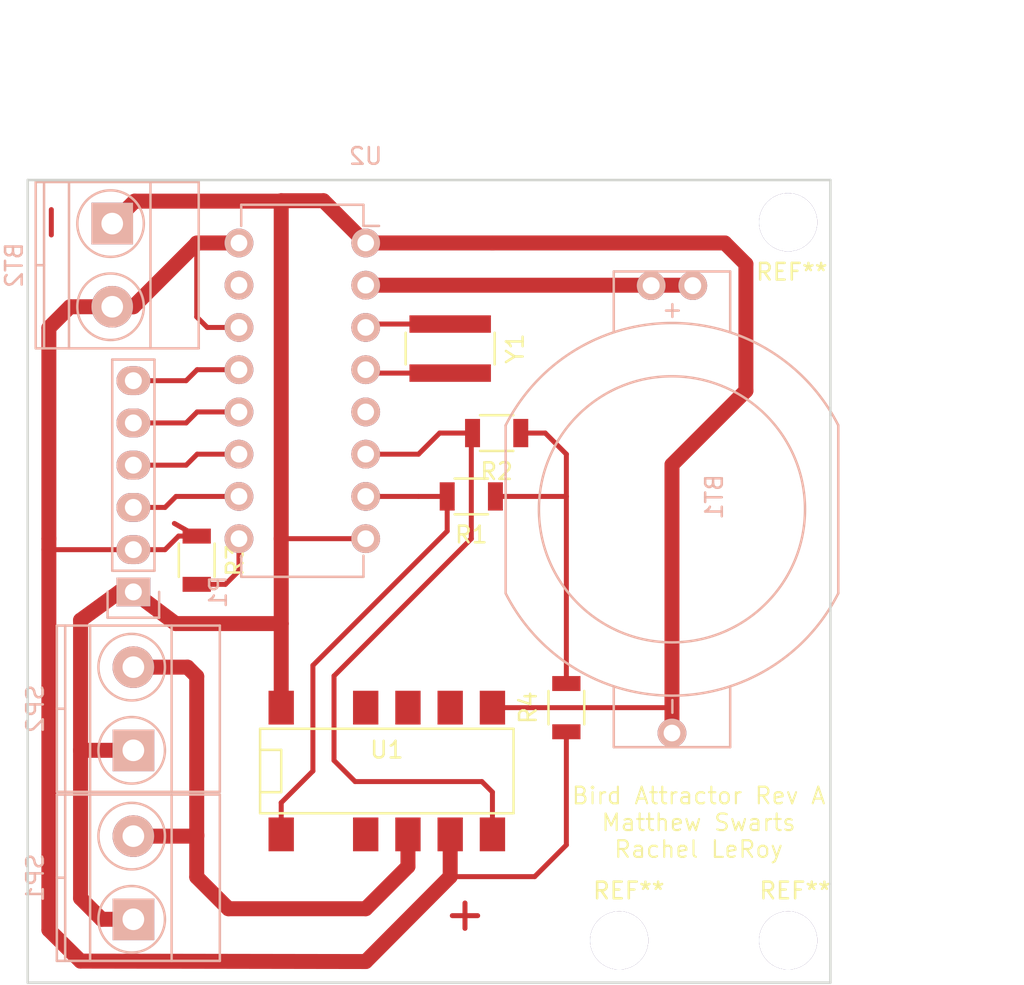
<source format=kicad_pcb>
(kicad_pcb (version 4) (host pcbnew 4.0.1-stable)

  (general
    (links 31)
    (no_connects 0)
    (area 137.084999 73.35 201.04 132.875)
    (thickness 1.6)
    (drawings 9)
    (tracks 109)
    (zones 0)
    (modules 15)
    (nets 21)
  )

  (page USLetter)
  (title_block
    (title "Bird Attractor")
    (date 2016-01-30)
    (rev A)
    (company "MITTO DESIGN LLC")
    (comment 1 "Matthew Swarts")
    (comment 2 "Rachel LeRoy")
  )

  (layers
    (0 F.Cu signal)
    (31 B.Cu signal)
    (32 B.Adhes user)
    (33 F.Adhes user)
    (34 B.Paste user)
    (35 F.Paste user)
    (36 B.SilkS user)
    (37 F.SilkS user)
    (38 B.Mask user)
    (39 F.Mask user)
    (40 Dwgs.User user)
    (41 Cmts.User user)
    (42 Eco1.User user)
    (43 Eco2.User user)
    (44 Edge.Cuts user)
    (45 Margin user)
    (46 B.CrtYd user)
    (47 F.CrtYd user)
    (48 B.Fab user)
    (49 F.Fab user)
  )

  (setup
    (last_trace_width 0.3)
    (user_trace_width 0.6)
    (user_trace_width 0.9)
    (trace_clearance 0.8)
    (zone_clearance 0.508)
    (zone_45_only no)
    (trace_min 0.2)
    (segment_width 0.2)
    (edge_width 0.15)
    (via_size 0.6)
    (via_drill 0.4)
    (via_min_size 0.4)
    (via_min_drill 0.3)
    (uvia_size 0.3)
    (uvia_drill 0.1)
    (uvias_allowed no)
    (uvia_min_size 0.2)
    (uvia_min_drill 0.1)
    (pcb_text_width 0.3)
    (pcb_text_size 1.5 1.5)
    (mod_edge_width 0.15)
    (mod_text_size 1 1)
    (mod_text_width 0.15)
    (pad_size 1.7272 1.7272)
    (pad_drill 1.016)
    (pad_to_mask_clearance 0.2)
    (aux_axis_origin 0 0)
    (visible_elements 7FFFFFFF)
    (pcbplotparams
      (layerselection 0x01020_00000001)
      (usegerberextensions false)
      (excludeedgelayer true)
      (linewidth 0.100000)
      (plotframeref false)
      (viasonmask false)
      (mode 1)
      (useauxorigin false)
      (hpglpennumber 1)
      (hpglpenspeed 20)
      (hpglpendiameter 15)
      (hpglpenoverlay 2)
      (psnegative false)
      (psa4output false)
      (plotreference true)
      (plotvalue true)
      (plotinvisibletext false)
      (padsonsilk false)
      (subtractmaskfromsilk false)
      (outputformat 1)
      (mirror false)
      (drillshape 0)
      (scaleselection 1)
      (outputdirectory gerbers/))
  )

  (net 0 "")
  (net 1 GND)
  (net 2 "Net-(BT1-Pad1)")
  (net 3 +5V)
  (net 4 "Net-(P1-Pad3)")
  (net 5 "Net-(P1-Pad4)")
  (net 6 "Net-(P1-Pad5)")
  (net 7 "Net-(P1-Pad6)")
  (net 8 "Net-(R1-Pad2)")
  (net 9 "Net-(R2-Pad2)")
  (net 10 "Net-(R3-Pad2)")
  (net 11 LOAD)
  (net 12 "Net-(U1-Pad9)")
  (net 13 "Net-(U1-Pad8)")
  (net 14 "Net-(U1-Pad3)")
  (net 15 "Net-(U1-Pad10)")
  (net 16 "Net-(U2-Pad3)")
  (net 17 "Net-(U2-Pad4)")
  (net 18 "Net-(U2-Pad5)")
  (net 19 "Net-(U2-Pad15)")
  (net 20 "Net-(R1-Pad1)")

  (net_class Default "This is the default net class."
    (clearance 0.8)
    (trace_width 0.3)
    (via_dia 0.6)
    (via_drill 0.4)
    (uvia_dia 0.3)
    (uvia_drill 0.1)
    (add_net +5V)
    (add_net GND)
    (add_net LOAD)
    (add_net "Net-(BT1-Pad1)")
    (add_net "Net-(P1-Pad3)")
    (add_net "Net-(P1-Pad4)")
    (add_net "Net-(P1-Pad5)")
    (add_net "Net-(P1-Pad6)")
    (add_net "Net-(R1-Pad1)")
    (add_net "Net-(R1-Pad2)")
    (add_net "Net-(R2-Pad2)")
    (add_net "Net-(R3-Pad2)")
    (add_net "Net-(U1-Pad10)")
    (add_net "Net-(U1-Pad3)")
    (add_net "Net-(U1-Pad8)")
    (add_net "Net-(U1-Pad9)")
    (add_net "Net-(U2-Pad15)")
    (add_net "Net-(U2-Pad3)")
    (add_net "Net-(U2-Pad4)")
    (add_net "Net-(U2-Pad5)")
  )

  (module Socket_Strips:Socket_Strip_Straight_1x06 (layer B.Cu) (tedit 56B0D677) (tstamp 56B93F19)
    (at 143.51 108.585 90)
    (descr "Through hole socket strip")
    (tags "socket strip")
    (path /56AD5E19)
    (fp_text reference P1 (at 0 5.1 90) (layer B.SilkS)
      (effects (font (size 1 1) (thickness 0.15)) (justify mirror))
    )
    (fp_text value CONN_01X06 (at 0 3.1 90) (layer B.Fab)
      (effects (font (size 1 1) (thickness 0.15)) (justify mirror))
    )
    (fp_line (start -1.75 1.75) (end -1.75 -1.75) (layer B.CrtYd) (width 0.05))
    (fp_line (start 14.45 1.75) (end 14.45 -1.75) (layer B.CrtYd) (width 0.05))
    (fp_line (start -1.75 1.75) (end 14.45 1.75) (layer B.CrtYd) (width 0.05))
    (fp_line (start -1.75 -1.75) (end 14.45 -1.75) (layer B.CrtYd) (width 0.05))
    (fp_line (start 1.27 -1.27) (end 13.97 -1.27) (layer B.SilkS) (width 0.15))
    (fp_line (start 13.97 -1.27) (end 13.97 1.27) (layer B.SilkS) (width 0.15))
    (fp_line (start 13.97 1.27) (end 1.27 1.27) (layer B.SilkS) (width 0.15))
    (fp_line (start -1.55 -1.55) (end 0 -1.55) (layer B.SilkS) (width 0.15))
    (fp_line (start 1.27 -1.27) (end 1.27 1.27) (layer B.SilkS) (width 0.15))
    (fp_line (start 0 1.55) (end -1.55 1.55) (layer B.SilkS) (width 0.15))
    (fp_line (start -1.55 1.55) (end -1.55 -1.55) (layer B.SilkS) (width 0.15))
    (pad 1 thru_hole rect (at 0 0 90) (size 1.7272 2.032) (drill 1.016) (layers *.Cu *.Mask B.SilkS)
      (net 1 GND))
    (pad 2 thru_hole oval (at 2.54 0 90) (size 1.7272 2.032) (drill 1.016) (layers *.Cu *.Mask B.SilkS)
      (net 3 +5V))
    (pad 3 thru_hole oval (at 5.08 0 90) (size 1.7272 2.032) (drill 1.016) (layers *.Cu *.Mask B.SilkS)
      (net 4 "Net-(P1-Pad3)"))
    (pad 4 thru_hole oval (at 7.62 0 90) (size 1.7272 2.032) (drill 1.016) (layers *.Cu *.Mask B.SilkS)
      (net 5 "Net-(P1-Pad4)"))
    (pad 5 thru_hole oval (at 10.16 0 90) (size 1.7272 2.032) (drill 1.016) (layers *.Cu *.Mask B.SilkS)
      (net 6 "Net-(P1-Pad5)"))
    (pad 6 thru_hole oval (at 12.7 0 90) (size 1.7272 2.032) (drill 1.016) (layers *.Cu *.Mask B.SilkS)
      (net 7 "Net-(P1-Pad6)"))
    (model Socket_Strips.3dshapes/Socket_Strip_Straight_1x06.wrl
      (at (xyz 0.25 0 0))
      (scale (xyz 1 1 1))
      (rotate (xyz 0 0 180))
    )
  )

  (module Resistors_SMD:R_1206 (layer F.Cu) (tedit 5415CFA7) (tstamp 56B93F25)
    (at 163.83 102.8446 180)
    (descr "Resistor SMD 1206, reflow soldering, Vishay (see dcrcw.pdf)")
    (tags "resistor 1206")
    (path /56ABEC73)
    (attr smd)
    (fp_text reference R1 (at 0 -2.3 180) (layer F.SilkS)
      (effects (font (size 1 1) (thickness 0.15)))
    )
    (fp_text value 1K (at 0 2.3 180) (layer F.Fab)
      (effects (font (size 1 1) (thickness 0.15)))
    )
    (fp_line (start -2.2 -1.2) (end 2.2 -1.2) (layer F.CrtYd) (width 0.05))
    (fp_line (start -2.2 1.2) (end 2.2 1.2) (layer F.CrtYd) (width 0.05))
    (fp_line (start -2.2 -1.2) (end -2.2 1.2) (layer F.CrtYd) (width 0.05))
    (fp_line (start 2.2 -1.2) (end 2.2 1.2) (layer F.CrtYd) (width 0.05))
    (fp_line (start 1 1.075) (end -1 1.075) (layer F.SilkS) (width 0.15))
    (fp_line (start -1 -1.075) (end 1 -1.075) (layer F.SilkS) (width 0.15))
    (pad 1 smd rect (at -1.45 0 180) (size 0.9 1.7) (layers F.Cu F.Paste F.Mask)
      (net 20 "Net-(R1-Pad1)"))
    (pad 2 smd rect (at 1.45 0 180) (size 0.9 1.7) (layers F.Cu F.Paste F.Mask)
      (net 8 "Net-(R1-Pad2)"))
    (model Resistors_SMD.3dshapes/R_1206.wrl
      (at (xyz 0 0 0))
      (scale (xyz 1 1 1))
      (rotate (xyz 0 0 0))
    )
  )

  (module Resistors_SMD:R_1206 (layer F.Cu) (tedit 5415CFA7) (tstamp 56B93F31)
    (at 165.354 99.0346 180)
    (descr "Resistor SMD 1206, reflow soldering, Vishay (see dcrcw.pdf)")
    (tags "resistor 1206")
    (path /56ABECC2)
    (attr smd)
    (fp_text reference R2 (at 0 -2.3 180) (layer F.SilkS)
      (effects (font (size 1 1) (thickness 0.15)))
    )
    (fp_text value 1K (at 0 2.3 180) (layer F.Fab)
      (effects (font (size 1 1) (thickness 0.15)))
    )
    (fp_line (start -2.2 -1.2) (end 2.2 -1.2) (layer F.CrtYd) (width 0.05))
    (fp_line (start -2.2 1.2) (end 2.2 1.2) (layer F.CrtYd) (width 0.05))
    (fp_line (start -2.2 -1.2) (end -2.2 1.2) (layer F.CrtYd) (width 0.05))
    (fp_line (start 2.2 -1.2) (end 2.2 1.2) (layer F.CrtYd) (width 0.05))
    (fp_line (start 1 1.075) (end -1 1.075) (layer F.SilkS) (width 0.15))
    (fp_line (start -1 -1.075) (end 1 -1.075) (layer F.SilkS) (width 0.15))
    (pad 1 smd rect (at -1.45 0 180) (size 0.9 1.7) (layers F.Cu F.Paste F.Mask)
      (net 20 "Net-(R1-Pad1)"))
    (pad 2 smd rect (at 1.45 0 180) (size 0.9 1.7) (layers F.Cu F.Paste F.Mask)
      (net 9 "Net-(R2-Pad2)"))
    (model Resistors_SMD.3dshapes/R_1206.wrl
      (at (xyz 0 0 0))
      (scale (xyz 1 1 1))
      (rotate (xyz 0 0 0))
    )
  )

  (module Resistors_SMD:R_1206 (layer F.Cu) (tedit 5415CFA7) (tstamp 56B93F3D)
    (at 147.32 106.68 270)
    (descr "Resistor SMD 1206, reflow soldering, Vishay (see dcrcw.pdf)")
    (tags "resistor 1206")
    (path /56AD5A39)
    (attr smd)
    (fp_text reference R3 (at 0 -2.3 270) (layer F.SilkS)
      (effects (font (size 1 1) (thickness 0.15)))
    )
    (fp_text value 1K (at 0 2.3 270) (layer F.Fab)
      (effects (font (size 1 1) (thickness 0.15)))
    )
    (fp_line (start -2.2 -1.2) (end 2.2 -1.2) (layer F.CrtYd) (width 0.05))
    (fp_line (start -2.2 1.2) (end 2.2 1.2) (layer F.CrtYd) (width 0.05))
    (fp_line (start -2.2 -1.2) (end -2.2 1.2) (layer F.CrtYd) (width 0.05))
    (fp_line (start 2.2 -1.2) (end 2.2 1.2) (layer F.CrtYd) (width 0.05))
    (fp_line (start 1 1.075) (end -1 1.075) (layer F.SilkS) (width 0.15))
    (fp_line (start -1 -1.075) (end 1 -1.075) (layer F.SilkS) (width 0.15))
    (pad 1 smd rect (at -1.45 0 270) (size 0.9 1.7) (layers F.Cu F.Paste F.Mask)
      (net 3 +5V))
    (pad 2 smd rect (at 1.45 0 270) (size 0.9 1.7) (layers F.Cu F.Paste F.Mask)
      (net 10 "Net-(R3-Pad2)"))
    (model Resistors_SMD.3dshapes/R_1206.wrl
      (at (xyz 0 0 0))
      (scale (xyz 1 1 1))
      (rotate (xyz 0 0 0))
    )
  )

  (module MyKiCadParts:DIP-12-SMD (layer F.Cu) (tedit 56AD2EFA) (tstamp 56B93F7A)
    (at 152.4 123.1646)
    (tags "smd ")
    (path /56AD22E7)
    (attr smd)
    (fp_text reference U1 (at 6.35 -5.08) (layer F.SilkS)
      (effects (font (size 1 1) (thickness 0.15)))
    )
    (fp_text value PR_Relay_V23079 (at 6.35 -2.54) (layer F.Fab)
      (effects (font (size 1 1) (thickness 0.15)))
    )
    (fp_line (start -1.27 -6.35) (end 13.97 -6.35) (layer F.SilkS) (width 0.15))
    (fp_line (start 13.97 -6.35) (end 13.97 -1.27) (layer F.SilkS) (width 0.15))
    (fp_line (start 13.97 -1.27) (end -1.27 -1.27) (layer F.SilkS) (width 0.15))
    (fp_line (start -1.27 -6.35) (end -1.27 -1.27) (layer F.SilkS) (width 0.15))
    (fp_line (start -1.27 -5.08) (end 0 -5.08) (layer F.SilkS) (width 0.15))
    (fp_line (start 0 -5.08) (end 0 -2.54) (layer F.SilkS) (width 0.15))
    (fp_line (start 0 -2.54) (end -1.27 -2.54) (layer F.SilkS) (width 0.15))
    (pad 9 smd rect (at 7.62 -7.62) (size 1.524 2.032) (layers F.Cu F.Paste F.Mask)
      (net 12 "Net-(U1-Pad9)"))
    (pad 8 smd rect (at 10.16 -7.62) (size 1.524 2.032) (layers F.Cu F.Paste F.Mask)
      (net 13 "Net-(U1-Pad8)"))
    (pad 7 smd rect (at 12.7 -7.62) (size 1.524 2.032) (layers F.Cu F.Paste F.Mask)
      (net 1 GND))
    (pad 6 smd rect (at 12.7 0) (size 1.524 2.032) (layers F.Cu F.Paste F.Mask)
      (net 9 "Net-(R2-Pad2)"))
    (pad 5 smd rect (at 10.16 0) (size 1.524 2.032) (layers F.Cu F.Paste F.Mask)
      (net 3 +5V))
    (pad 4 smd rect (at 7.62 0) (size 1.524 2.032) (layers F.Cu F.Paste F.Mask)
      (net 11 LOAD))
    (pad 1 smd rect (at 0 0) (size 1.524 2.032) (layers F.Cu F.Paste F.Mask)
      (net 8 "Net-(R1-Pad2)"))
    (pad 3 smd rect (at 5.08 0) (size 1.524 2.032) (layers F.Cu F.Paste F.Mask)
      (net 14 "Net-(U1-Pad3)"))
    (pad 10 smd rect (at 5.08 -7.62) (size 1.524 2.032) (layers F.Cu F.Paste F.Mask)
      (net 15 "Net-(U1-Pad10)"))
    (pad 12 smd rect (at 0 -7.62) (size 1.524 2.032) (layers F.Cu F.Paste F.Mask)
      (net 1 GND))
  )

  (module Housings_DIP:DIP-16_W7.62mm (layer B.Cu) (tedit 56B0D72C) (tstamp 56B93F99)
    (at 157.48 87.6046 180)
    (descr "16-lead dip package, row spacing 7.62 mm (300 mils)")
    (tags "dil dip 2.54 300")
    (path /56AD14B5)
    (fp_text reference U2 (at 0 5.22 180) (layer B.SilkS)
      (effects (font (size 1 1) (thickness 0.15)) (justify mirror))
    )
    (fp_text value DS1305 (at 0 3.72 180) (layer B.Fab)
      (effects (font (size 1 1) (thickness 0.15)) (justify mirror))
    )
    (fp_line (start -1.05 2.45) (end -1.05 -20.25) (layer B.CrtYd) (width 0.05))
    (fp_line (start 8.65 2.45) (end 8.65 -20.25) (layer B.CrtYd) (width 0.05))
    (fp_line (start -1.05 2.45) (end 8.65 2.45) (layer B.CrtYd) (width 0.05))
    (fp_line (start -1.05 -20.25) (end 8.65 -20.25) (layer B.CrtYd) (width 0.05))
    (fp_line (start 0.135 2.295) (end 0.135 1.025) (layer B.SilkS) (width 0.15))
    (fp_line (start 7.485 2.295) (end 7.485 1.025) (layer B.SilkS) (width 0.15))
    (fp_line (start 7.485 -20.075) (end 7.485 -18.805) (layer B.SilkS) (width 0.15))
    (fp_line (start 0.135 -20.075) (end 0.135 -18.805) (layer B.SilkS) (width 0.15))
    (fp_line (start 0.135 2.295) (end 7.485 2.295) (layer B.SilkS) (width 0.15))
    (fp_line (start 0.135 -20.075) (end 7.485 -20.075) (layer B.SilkS) (width 0.15))
    (fp_line (start 0.135 1.025) (end -0.8 1.025) (layer B.SilkS) (width 0.15))
    (pad 1 thru_hole oval (at 0 0 180) (size 1.7272 1.7272) (drill 1) (layers *.Cu *.Mask B.SilkS)
      (net 1 GND))
    (pad 2 thru_hole oval (at 0 -2.54 180) (size 1.7272 1.7272) (drill 1) (layers *.Cu *.Mask B.SilkS)
      (net 2 "Net-(BT1-Pad1)"))
    (pad 3 thru_hole oval (at 0 -5.08 180) (size 1.7272 1.7272) (drill 1) (layers *.Cu *.Mask B.SilkS)
      (net 16 "Net-(U2-Pad3)"))
    (pad 4 thru_hole oval (at 0 -7.62 180) (size 1.7272 1.7272) (drill 1) (layers *.Cu *.Mask B.SilkS)
      (net 17 "Net-(U2-Pad4)"))
    (pad 5 thru_hole oval (at 0 -10.16 180) (size 1.7272 1.7272) (drill 1) (layers *.Cu *.Mask B.SilkS)
      (net 18 "Net-(U2-Pad5)"))
    (pad 6 thru_hole oval (at 0 -12.7 180) (size 1.7272 1.7272) (drill 1) (layers *.Cu *.Mask B.SilkS)
      (net 9 "Net-(R2-Pad2)"))
    (pad 7 thru_hole oval (at 0 -15.24 180) (size 1.7272 1.7272) (drill 1) (layers *.Cu *.Mask B.SilkS)
      (net 8 "Net-(R1-Pad2)"))
    (pad 8 thru_hole oval (at 0 -17.78 180) (size 1.7272 1.7272) (drill 1) (layers *.Cu *.Mask B.SilkS)
      (net 1 GND))
    (pad 9 thru_hole oval (at 7.62 -17.78 180) (size 1.7272 1.7272) (drill 1) (layers *.Cu *.Mask B.SilkS)
      (net 10 "Net-(R3-Pad2)"))
    (pad 10 thru_hole oval (at 7.62 -15.24 180) (size 1.7272 1.7272) (drill 1) (layers *.Cu *.Mask B.SilkS)
      (net 4 "Net-(P1-Pad3)"))
    (pad 11 thru_hole oval (at 7.62 -12.7 180) (size 1.7272 1.7272) (drill 1) (layers *.Cu *.Mask B.SilkS)
      (net 5 "Net-(P1-Pad4)"))
    (pad 12 thru_hole oval (at 7.62 -10.16 180) (size 1.7272 1.7272) (drill 1) (layers *.Cu *.Mask B.SilkS)
      (net 6 "Net-(P1-Pad5)"))
    (pad 13 thru_hole oval (at 7.62 -7.62 180) (size 1.7272 1.7272) (drill 1) (layers *.Cu *.Mask B.SilkS)
      (net 7 "Net-(P1-Pad6)"))
    (pad 14 thru_hole oval (at 7.62 -5.08 180) (size 1.7272 1.7272) (drill 1) (layers *.Cu *.Mask B.SilkS)
      (net 3 +5V))
    (pad 15 thru_hole oval (at 7.62 -2.54 180) (size 1.7272 1.7272) (drill 1) (layers *.Cu *.Mask B.SilkS)
      (net 19 "Net-(U2-Pad15)"))
    (pad 16 thru_hole oval (at 7.62 0 180) (size 1.7272 1.7272) (drill 1) (layers *.Cu *.Mask B.SilkS)
      (net 3 +5V))
    (model Housings_DIP.3dshapes/DIP-16_W7.62mm.wrl
      (at (xyz 0 0 0))
      (scale (xyz 1 1 1))
      (rotate (xyz 0 0 0))
    )
  )

  (module Resistors_SMD:R_1218 (layer F.Cu) (tedit 5415D273) (tstamp 56B93FA5)
    (at 162.56 93.9546 270)
    (descr "Resistor SMD 1218, reflow soldering, Vishay (see dcrcw.pdf)")
    (tags "resistor 1218")
    (path /56ABECF7)
    (attr smd)
    (fp_text reference Y1 (at 0 -3.9 270) (layer F.SilkS)
      (effects (font (size 1 1) (thickness 0.15)))
    )
    (fp_text value Crystal_Small (at 0 3.9 270) (layer F.Fab)
      (effects (font (size 1 1) (thickness 0.15)))
    )
    (fp_line (start -2.3 -2.8) (end 2.3 -2.8) (layer F.CrtYd) (width 0.05))
    (fp_line (start -2.3 2.8) (end 2.3 2.8) (layer F.CrtYd) (width 0.05))
    (fp_line (start -2.3 -2.8) (end -2.3 2.8) (layer F.CrtYd) (width 0.05))
    (fp_line (start 2.3 -2.8) (end 2.3 2.8) (layer F.CrtYd) (width 0.05))
    (fp_line (start 0.95 2.675) (end -0.95 2.675) (layer F.SilkS) (width 0.15))
    (fp_line (start -0.95 -2.675) (end 0.95 -2.675) (layer F.SilkS) (width 0.15))
    (pad 1 smd rect (at -1.475 0 270) (size 1.05 4.9) (layers F.Cu F.Paste F.Mask)
      (net 16 "Net-(U2-Pad3)"))
    (pad 2 smd rect (at 1.475 0 270) (size 1.05 4.9) (layers F.Cu F.Paste F.Mask)
      (net 17 "Net-(U2-Pad4)"))
    (model Resistors_SMD.3dshapes/R_1218.wrl
      (at (xyz 0 0 0))
      (scale (xyz 1 1 1))
      (rotate (xyz 0 0 0))
    )
  )

  (module Resistors_SMD:R_1206 (layer F.Cu) (tedit 5415CFA7) (tstamp 56BB0A48)
    (at 169.545 115.5446 90)
    (descr "Resistor SMD 1206, reflow soldering, Vishay (see dcrcw.pdf)")
    (tags "resistor 1206")
    (path /56AD833E)
    (attr smd)
    (fp_text reference R4 (at 0 -2.3 90) (layer F.SilkS)
      (effects (font (size 1 1) (thickness 0.15)))
    )
    (fp_text value 0 (at 0 2.3 90) (layer F.Fab)
      (effects (font (size 1 1) (thickness 0.15)))
    )
    (fp_line (start -2.2 -1.2) (end 2.2 -1.2) (layer F.CrtYd) (width 0.05))
    (fp_line (start -2.2 1.2) (end 2.2 1.2) (layer F.CrtYd) (width 0.05))
    (fp_line (start -2.2 -1.2) (end -2.2 1.2) (layer F.CrtYd) (width 0.05))
    (fp_line (start 2.2 -1.2) (end 2.2 1.2) (layer F.CrtYd) (width 0.05))
    (fp_line (start 1 1.075) (end -1 1.075) (layer F.SilkS) (width 0.15))
    (fp_line (start -1 -1.075) (end 1 -1.075) (layer F.SilkS) (width 0.15))
    (pad 1 smd rect (at -1.45 0 90) (size 0.9 1.7) (layers F.Cu F.Paste F.Mask)
      (net 3 +5V))
    (pad 2 smd rect (at 1.45 0 90) (size 0.9 1.7) (layers F.Cu F.Paste F.Mask)
      (net 20 "Net-(R1-Pad1)"))
    (model Resistors_SMD.3dshapes/R_1206.wrl
      (at (xyz 0 0 0))
      (scale (xyz 1 1 1))
      (rotate (xyz 0 0 0))
    )
  )

  (module MyKiCadParts:BU2032-1-HD-G (layer B.Cu) (tedit 56B0D772) (tstamp 56B93EF1)
    (at 175.895 90.17 270)
    (tags "coin cell, battery holder")
    (path /56ABED42)
    (fp_text reference BT1 (at 12.7 -2.54 270) (layer B.SilkS)
      (effects (font (size 1 1) (thickness 0.15)) (justify mirror))
    )
    (fp_text value "3V Battery" (at 12.7 2.54 270) (layer B.Fab)
      (effects (font (size 1 1) (thickness 0.15)) (justify mirror))
    )
    (fp_text user - (at 25.3 0.05 270) (layer B.SilkS)
      (effects (font (size 1 1) (thickness 0.15)) (justify mirror))
    )
    (fp_text user + (at 1.5 0.05 270) (layer B.SilkS)
      (effects (font (size 1 1) (thickness 0.15)) (justify mirror))
    )
    (fp_line (start -0.85 -3.5) (end 2.8 -3.5) (layer B.SilkS) (width 0.15))
    (fp_line (start -0.85 3.5) (end 2.8 3.5) (layer B.SilkS) (width 0.15))
    (fp_line (start 27.75 -3.5) (end 24.1 -3.5) (layer B.SilkS) (width 0.15))
    (fp_line (start 27.75 3.5) (end 24.1 3.5) (layer B.SilkS) (width 0.15))
    (fp_arc (start 13.45 0) (end 8.4 -10) (angle -126.5) (layer B.SilkS) (width 0.15))
    (fp_arc (start 13.45 0) (end 18.5 10) (angle -126.5) (layer B.SilkS) (width 0.15))
    (fp_line (start 18.5 10) (end 8.4 10) (layer B.SilkS) (width 0.15))
    (fp_line (start 18.5 -10) (end 8.4 -10) (layer B.SilkS) (width 0.15))
    (fp_line (start 27.75 3.5) (end 27.75 -3.5) (layer B.SilkS) (width 0.15))
    (fp_line (start -0.85 -3.5) (end -0.85 3.5) (layer B.SilkS) (width 0.15))
    (fp_circle (center 13.45 0) (end 21.45 0) (layer B.SilkS) (width 0.15))
    (pad 2 thru_hole circle (at 26.9 0 270) (size 1.7272 1.7272) (drill 1) (layers *.Cu *.Mask B.SilkS)
      (net 1 GND))
    (pad 1 thru_hole circle (at 0 1.25 270) (size 1.7272 1.7272) (drill 1.016) (layers *.Cu *.Mask B.SilkS)
      (net 2 "Net-(BT1-Pad1)"))
    (pad 1 thru_hole oval (at 0 -1.25 270) (size 1.7272 1.7272) (drill 1.016) (layers *.Cu *.Mask B.SilkS)
      (net 2 "Net-(BT1-Pad1)"))
  )

  (module MyKiCadParts:MountingHole_3-2mm_Dia (layer F.Cu) (tedit 56AD6723) (tstamp 56BE91A9)
    (at 182.88 129.54)
    (descr "Mounting hole, Befestigungsbohrung, 3,5mm, No Annular, Kein Restring,")
    (tags "Mounting hole, Befestigungsbohrung, 3,5mm, No Annular, Kein Restring,")
    (fp_text reference REF** (at 0.42 -2.99) (layer F.SilkS)
      (effects (font (size 1 1) (thickness 0.15)))
    )
    (fp_text value 3.2mm_Dia (at -0.98 1.71) (layer F.Fab)
      (effects (font (size 1 1) (thickness 0.15)))
    )
    (fp_circle (center 0 0) (end 1.6 0) (layer Cmts.User) (width 0.381))
    (pad 1 thru_hole circle (at 0 0) (size 3.5 3.5) (drill 3.5) (layers))
  )

  (module MyKiCadParts:MountingHole_3-2mm_Dia (layer F.Cu) (tedit 56AD6720) (tstamp 56BE91B4)
    (at 172.72 129.54)
    (descr "Mounting hole, Befestigungsbohrung, 3,5mm, No Annular, Kein Restring,")
    (tags "Mounting hole, Befestigungsbohrung, 3,5mm, No Annular, Kein Restring,")
    (fp_text reference REF** (at 0.58 -2.99) (layer F.SilkS)
      (effects (font (size 1 1) (thickness 0.15)))
    )
    (fp_text value 3.2mm_Dia (at -0.77 1.76) (layer F.Fab)
      (effects (font (size 1 1) (thickness 0.15)))
    )
    (fp_circle (center 0 0) (end 1.6 0) (layer Cmts.User) (width 0.381))
    (pad 1 thru_hole circle (at 0 0) (size 3.5 3.5) (drill 3.5) (layers))
  )

  (module MyKiCadParts:MountingHole_3-2mm_Dia (layer F.Cu) (tedit 56AD6729) (tstamp 56BE91BF)
    (at 182.88 86.36)
    (descr "Mounting hole, Befestigungsbohrung, 3,5mm, No Annular, Kein Restring,")
    (tags "Mounting hole, Befestigungsbohrung, 3,5mm, No Annular, Kein Restring,")
    (fp_text reference REF** (at 0.22 2.99) (layer F.SilkS)
      (effects (font (size 1 1) (thickness 0.15)))
    )
    (fp_text value 3.2mm_Dia (at -6.43 -0.31) (layer F.Fab)
      (effects (font (size 1 1) (thickness 0.15)))
    )
    (fp_circle (center 0 0) (end 1.6 0) (layer Cmts.User) (width 0.381))
    (pad 1 thru_hole circle (at 0 0) (size 3.5 3.5) (drill 3.5) (layers))
  )

  (module Terminal_Blocks:TerminalBlock_Pheonix_MKDS1.5-2pol (layer B.Cu) (tedit 563007E4) (tstamp 56B93F63)
    (at 143.51 118.11 90)
    (descr "2-way 5mm pitch terminal block, Phoenix MKDS series")
    (path /56AD6B8E)
    (fp_text reference SP2 (at 2.5 -5.9 90) (layer B.SilkS)
      (effects (font (size 1 1) (thickness 0.15)) (justify mirror))
    )
    (fp_text value SPEAKER (at 2.5 6.6 90) (layer B.Fab)
      (effects (font (size 1 1) (thickness 0.15)) (justify mirror))
    )
    (fp_line (start -2.7 5.4) (end 7.7 5.4) (layer B.CrtYd) (width 0.05))
    (fp_line (start -2.7 -4.8) (end -2.7 5.4) (layer B.CrtYd) (width 0.05))
    (fp_line (start 7.7 -4.8) (end -2.7 -4.8) (layer B.CrtYd) (width 0.05))
    (fp_line (start 7.7 5.4) (end 7.7 -4.8) (layer B.CrtYd) (width 0.05))
    (fp_line (start 2.5 -4.1) (end 2.5 -4.6) (layer B.SilkS) (width 0.15))
    (fp_circle (center 5 -0.1) (end 3 -0.1) (layer B.SilkS) (width 0.15))
    (fp_circle (center 0 -0.1) (end 2 -0.1) (layer B.SilkS) (width 0.15))
    (fp_line (start -2.5 -2.6) (end 7.5 -2.6) (layer B.SilkS) (width 0.15))
    (fp_line (start -2.5 2.3) (end 7.5 2.3) (layer B.SilkS) (width 0.15))
    (fp_line (start -2.5 -4.1) (end 7.5 -4.1) (layer B.SilkS) (width 0.15))
    (fp_line (start -2.5 -4.6) (end 7.5 -4.6) (layer B.SilkS) (width 0.15))
    (fp_line (start 7.5 -4.6) (end 7.5 5.2) (layer B.SilkS) (width 0.15))
    (fp_line (start 7.5 5.2) (end -2.5 5.2) (layer B.SilkS) (width 0.15))
    (fp_line (start -2.5 5.2) (end -2.5 -4.6) (layer B.SilkS) (width 0.15))
    (pad 1 thru_hole rect (at 0 0 90) (size 2.5 2.5) (drill 1.3) (layers *.Cu *.Mask B.SilkS)
      (net 1 GND))
    (pad 2 thru_hole circle (at 5 0 90) (size 2.5 2.5) (drill 1.3) (layers *.Cu *.Mask B.SilkS)
      (net 11 LOAD))
    (model Terminal_Blocks.3dshapes/TerminalBlock_Pheonix_MKDS1.5-2pol.wrl
      (at (xyz 0.0984 0 0))
      (scale (xyz 1 1 1))
      (rotate (xyz 0 0 0))
    )
  )

  (module Terminal_Blocks:TerminalBlock_Pheonix_MKDS1.5-2pol (layer B.Cu) (tedit 563007E4) (tstamp 56B93F50)
    (at 143.51 128.27 90)
    (descr "2-way 5mm pitch terminal block, Phoenix MKDS series")
    (path /56AD4AF9)
    (fp_text reference SP1 (at 2.5 -5.9 90) (layer B.SilkS)
      (effects (font (size 1 1) (thickness 0.15)) (justify mirror))
    )
    (fp_text value SPEAKER (at 2.5 6.6 90) (layer B.Fab)
      (effects (font (size 1 1) (thickness 0.15)) (justify mirror))
    )
    (fp_line (start -2.7 5.4) (end 7.7 5.4) (layer B.CrtYd) (width 0.05))
    (fp_line (start -2.7 -4.8) (end -2.7 5.4) (layer B.CrtYd) (width 0.05))
    (fp_line (start 7.7 -4.8) (end -2.7 -4.8) (layer B.CrtYd) (width 0.05))
    (fp_line (start 7.7 5.4) (end 7.7 -4.8) (layer B.CrtYd) (width 0.05))
    (fp_line (start 2.5 -4.1) (end 2.5 -4.6) (layer B.SilkS) (width 0.15))
    (fp_circle (center 5 -0.1) (end 3 -0.1) (layer B.SilkS) (width 0.15))
    (fp_circle (center 0 -0.1) (end 2 -0.1) (layer B.SilkS) (width 0.15))
    (fp_line (start -2.5 -2.6) (end 7.5 -2.6) (layer B.SilkS) (width 0.15))
    (fp_line (start -2.5 2.3) (end 7.5 2.3) (layer B.SilkS) (width 0.15))
    (fp_line (start -2.5 -4.1) (end 7.5 -4.1) (layer B.SilkS) (width 0.15))
    (fp_line (start -2.5 -4.6) (end 7.5 -4.6) (layer B.SilkS) (width 0.15))
    (fp_line (start 7.5 -4.6) (end 7.5 5.2) (layer B.SilkS) (width 0.15))
    (fp_line (start 7.5 5.2) (end -2.5 5.2) (layer B.SilkS) (width 0.15))
    (fp_line (start -2.5 5.2) (end -2.5 -4.6) (layer B.SilkS) (width 0.15))
    (pad 1 thru_hole rect (at 0 0 90) (size 2.5 2.5) (drill 1.3) (layers *.Cu *.Mask B.SilkS)
      (net 1 GND))
    (pad 2 thru_hole circle (at 5 0 90) (size 2.5 2.5) (drill 1.3) (layers *.Cu *.Mask B.SilkS)
      (net 11 LOAD))
    (model Terminal_Blocks.3dshapes/TerminalBlock_Pheonix_MKDS1.5-2pol.wrl
      (at (xyz 0.0984 0 0))
      (scale (xyz 1 1 1))
      (rotate (xyz 0 0 0))
    )
  )

  (module Terminal_Blocks:TerminalBlock_Pheonix_MKDS1.5-2pol (layer B.Cu) (tedit 56B0D657) (tstamp 56B93F04)
    (at 142.24 91.44 90)
    (descr "2-way 5mm pitch terminal block, Phoenix MKDS series")
    (path /56AD4ABE)
    (fp_text reference BT2 (at 2.5 -5.9 90) (layer B.SilkS)
      (effects (font (size 1 1) (thickness 0.15)) (justify mirror))
    )
    (fp_text value "5V Battery" (at 2.5 6.6 90) (layer B.Fab)
      (effects (font (size 1 1) (thickness 0.15)) (justify mirror))
    )
    (fp_line (start -2.7 5.4) (end 7.7 5.4) (layer B.CrtYd) (width 0.05))
    (fp_line (start -2.7 -4.8) (end -2.7 5.4) (layer B.CrtYd) (width 0.05))
    (fp_line (start 7.7 -4.8) (end -2.7 -4.8) (layer B.CrtYd) (width 0.05))
    (fp_line (start 7.7 5.4) (end 7.7 -4.8) (layer B.CrtYd) (width 0.05))
    (fp_line (start 2.5 -4.1) (end 2.5 -4.6) (layer B.SilkS) (width 0.15))
    (fp_circle (center 5 -0.1) (end 3 -0.1) (layer B.SilkS) (width 0.15))
    (fp_circle (center 0 -0.1) (end 2 -0.1) (layer B.SilkS) (width 0.15))
    (fp_line (start -2.5 -2.6) (end 7.5 -2.6) (layer B.SilkS) (width 0.15))
    (fp_line (start -2.5 2.3) (end 7.5 2.3) (layer B.SilkS) (width 0.15))
    (fp_line (start -2.5 -4.1) (end 7.5 -4.1) (layer B.SilkS) (width 0.15))
    (fp_line (start -2.5 -4.6) (end 7.5 -4.6) (layer B.SilkS) (width 0.15))
    (fp_line (start 7.5 -4.6) (end 7.5 5.2) (layer B.SilkS) (width 0.15))
    (fp_line (start 7.5 5.2) (end -2.5 5.2) (layer B.SilkS) (width 0.15))
    (fp_line (start -2.5 5.2) (end -2.5 -4.6) (layer B.SilkS) (width 0.15))
    (pad 1 thru_hole oval (at 0 0 90) (size 2.5 2.5) (drill 1.3) (layers *.Cu *.Mask B.SilkS)
      (net 3 +5V))
    (pad 2 thru_hole rect (at 5 0 90) (size 2.5 2.5) (drill 1.3) (layers *.Cu *.Mask B.SilkS)
      (net 1 GND))
    (model Terminal_Blocks.3dshapes/TerminalBlock_Pheonix_MKDS1.5-2pol.wrl
      (at (xyz 0.0984 0 0))
      (scale (xyz 1 1 1))
      (rotate (xyz 0 0 0))
    )
  )

  (dimension 48.26 (width 0.3) (layer Cmts.User)
    (gr_text "48.260 mm" (at 161.29 74.85) (layer Cmts.User)
      (effects (font (size 1.5 1.5) (thickness 0.3)))
    )
    (feature1 (pts (xy 185.42 83.82) (xy 185.42 73.5)))
    (feature2 (pts (xy 137.16 83.82) (xy 137.16 73.5)))
    (crossbar (pts (xy 137.16 76.2) (xy 185.42 76.2)))
    (arrow1a (pts (xy 185.42 76.2) (xy 184.293496 76.786421)))
    (arrow1b (pts (xy 185.42 76.2) (xy 184.293496 75.613579)))
    (arrow2a (pts (xy 137.16 76.2) (xy 138.286504 76.786421)))
    (arrow2b (pts (xy 137.16 76.2) (xy 138.286504 75.613579)))
  )
  (dimension 48.26 (width 0.3) (layer Cmts.User)
    (gr_text "48.260 mm" (at 194.39 107.95 270) (layer Cmts.User)
      (effects (font (size 1.5 1.5) (thickness 0.3)))
    )
    (feature1 (pts (xy 185.42 132.08) (xy 195.74 132.08)))
    (feature2 (pts (xy 185.42 83.82) (xy 195.74 83.82)))
    (crossbar (pts (xy 193.04 83.82) (xy 193.04 132.08)))
    (arrow1a (pts (xy 193.04 132.08) (xy 192.453579 130.953496)))
    (arrow1b (pts (xy 193.04 132.08) (xy 193.626421 130.953496)))
    (arrow2a (pts (xy 193.04 83.82) (xy 192.453579 84.946504)))
    (arrow2b (pts (xy 193.04 83.82) (xy 193.626421 84.946504)))
  )
  (gr_text + (at 163.45 127.9046) (layer F.Cu)
    (effects (font (size 2 2) (thickness 0.3)))
  )
  (gr_text "Bird Attractor Rev A\nMatthew Swarts\nRachel LeRoy" (at 177.5 122.45) (layer F.SilkS)
    (effects (font (size 1 1) (thickness 0.125)))
  )
  (gr_line (start 137.16 83.82) (end 185.42 83.82) (angle 90) (layer Edge.Cuts) (width 0.15))
  (gr_line (start 137.16 132.08) (end 185.42 132.08) (angle 90) (layer Edge.Cuts) (width 0.15))
  (gr_line (start 185.42 83.82) (end 185.42 132.08) (angle 90) (layer Edge.Cuts) (width 0.15))
  (gr_text - (at 138.43 86.36 90) (layer F.Cu)
    (effects (font (size 2 2) (thickness 0.3)))
  )
  (gr_line (start 137.16 83.82) (end 137.16 132.08) (angle 90) (layer Edge.Cuts) (width 0.15))

  (segment (start 143.51 108.585) (end 146.05 110.49) (width 0.9) (layer F.Cu) (net 1) (status 10))
  (segment (start 146.05 110.49) (end 152.4 110.49) (width 0.9) (layer F.Cu) (net 1) (tstamp 56BB545F))
  (segment (start 143.51 118.11) (end 140.335 118.11) (width 0.9) (layer F.Cu) (net 1))
  (segment (start 143.51 108.585) (end 142.670002 108.585) (width 0.9) (layer F.Cu) (net 1) (status 30))
  (segment (start 142.670002 108.585) (end 140.335 110.285002) (width 0.9) (layer F.Cu) (net 1) (tstamp 56BB5454) (status 10))
  (segment (start 140.335 110.285002) (end 140.335 118.11) (width 0.9) (layer F.Cu) (net 1) (tstamp 56BB5455))
  (segment (start 140.335 118.11) (end 140.335 127) (width 0.9) (layer F.Cu) (net 1) (tstamp 56BB545C))
  (segment (start 140.335 127) (end 141.605 128.27) (width 0.9) (layer F.Cu) (net 1) (tstamp 56BB5456))
  (segment (start 141.605 128.27) (end 143.51 128.27) (width 0.9) (layer F.Cu) (net 1) (tstamp 56BB5457))
  (segment (start 152.4 85.09) (end 143.59 85.09) (width 0.9) (layer F.Cu) (net 1))
  (segment (start 143.59 85.09) (end 142.24 86.44) (width 0.9) (layer F.Cu) (net 1) (tstamp 56BB5435))
  (segment (start 165.1 115.5446) (end 175.895 115.5446) (width 0.3) (layer F.Cu) (net 1))
  (segment (start 152.4 115.5446) (end 152.4 110.49) (width 0.9) (layer F.Cu) (net 1))
  (segment (start 152.4 110.49) (end 152.4 105.3846) (width 0.9) (layer F.Cu) (net 1) (tstamp 56BB5462))
  (segment (start 175.895 117.0446) (end 175.895 115.5446) (width 0.9) (layer F.Cu) (net 1))
  (segment (start 175.895 115.5446) (end 175.895 114.9096) (width 0.9) (layer F.Cu) (net 1) (tstamp 56BCD192))
  (segment (start 175.895 114.9096) (end 175.895 100.9396) (width 0.9) (layer F.Cu) (net 1) (tstamp 56BCD0A5))
  (segment (start 165.1 87.6046) (end 157.48 87.6046) (width 0.9) (layer F.Cu) (net 1))
  (segment (start 179.07 87.6046) (end 165.1 87.6046) (width 0.9) (layer F.Cu) (net 1) (tstamp 56BCD0A0))
  (segment (start 180.34 88.8746) (end 179.07 87.6046) (width 0.9) (layer F.Cu) (net 1) (tstamp 56BCD09F))
  (segment (start 180.34 96.4946) (end 180.34 88.8746) (width 0.9) (layer F.Cu) (net 1) (tstamp 56BCD09D))
  (segment (start 175.895 100.9396) (end 180.34 96.4946) (width 0.9) (layer F.Cu) (net 1) (tstamp 56BCD09B))
  (segment (start 157.48 105.3846) (end 152.4 105.3846) (width 0.3) (layer F.Cu) (net 1))
  (segment (start 152.4 105.3846) (end 152.4 85.09) (width 0.9) (layer F.Cu) (net 1) (tstamp 56B94728))
  (segment (start 152.4 85.09) (end 152.4 85.0646) (width 0.9) (layer F.Cu) (net 1) (tstamp 56BB5433))
  (segment (start 152.4 85.0646) (end 154.94 85.0646) (width 0.9) (layer F.Cu) (net 1) (tstamp 56B9470D))
  (segment (start 154.94 85.0646) (end 157.48 87.6046) (width 0.9) (layer F.Cu) (net 1) (tstamp 56B943A5))
  (segment (start 174.645 90.1446) (end 177.145 90.1446) (width 0.9) (layer F.Cu) (net 2) (status 30))
  (segment (start 157.48 90.1446) (end 174.645 90.1446) (width 0.9) (layer F.Cu) (net 2) (status 20))
  (segment (start 143.51 106.045) (end 138.43 106.045) (width 0.3) (layer F.Cu) (net 3))
  (segment (start 143.51 106.045) (end 145.415 106.045) (width 0.3) (layer F.Cu) (net 3))
  (segment (start 146.23 105.23) (end 147.32 105.23) (width 0.3) (layer F.Cu) (net 3) (tstamp 56BB54B2))
  (segment (start 145.415 106.045) (end 146.23 105.23) (width 0.3) (layer F.Cu) (net 3) (tstamp 56BB54B1))
  (segment (start 142.24 91.44) (end 139.7 91.44) (width 0.9) (layer F.Cu) (net 3))
  (segment (start 138.43 92.71) (end 138.43 105.3846) (width 0.9) (layer F.Cu) (net 3) (tstamp 56BB543E))
  (segment (start 139.7 91.44) (end 138.43 92.71) (width 0.9) (layer F.Cu) (net 3) (tstamp 56BB543D))
  (segment (start 147.32 87.63) (end 143.51 91.44) (width 0.9) (layer F.Cu) (net 3))
  (segment (start 143.51 91.44) (end 142.24 91.44) (width 0.9) (layer F.Cu) (net 3) (tstamp 56BB543A))
  (segment (start 145.976 104.468) (end 147.32 105.23) (width 0.3) (layer F.Cu) (net 3) (tstamp 56BB5417) (status 20))
  (segment (start 162.56 125.7046) (end 167.64 125.7046) (width 0.3) (layer F.Cu) (net 3))
  (segment (start 169.545 123.7996) (end 169.545 116.9946) (width 0.3) (layer F.Cu) (net 3) (tstamp 56BCD196))
  (segment (start 167.64 125.7046) (end 169.545 123.7996) (width 0.3) (layer F.Cu) (net 3) (tstamp 56BCD194))
  (segment (start 162.56 123.1646) (end 162.56 125.7046) (width 0.9) (layer F.Cu) (net 3))
  (segment (start 140.335 130.7846) (end 157.48 130.81) (width 0.9) (layer F.Cu) (net 3))
  (segment (start 140.335 130.7846) (end 138.43 128.905) (width 0.9) (layer F.Cu) (net 3) (tstamp 56B9458B))
  (segment (start 138.43 106.045) (end 138.43 128.905) (width 0.9) (layer F.Cu) (net 3) (tstamp 56BB54B7))
  (segment (start 157.48 130.81) (end 162.56 125.7046) (width 0.9) (layer F.Cu) (net 3) (tstamp 56B9474D))
  (segment (start 138.43 105.3846) (end 138.43 106.045) (width 0.9) (layer F.Cu) (net 3) (tstamp 56B9458C))
  (segment (start 147.32 87.6046) (end 147.32 87.63) (width 0.3) (layer F.Cu) (net 3))
  (segment (start 147.32 87.63) (end 147.32 92.0496) (width 0.3) (layer F.Cu) (net 3) (tstamp 56BB5438))
  (segment (start 147.955 92.6846) (end 149.86 92.6846) (width 0.3) (layer F.Cu) (net 3) (tstamp 56B94706))
  (segment (start 147.32 92.0496) (end 147.955 92.6846) (width 0.3) (layer F.Cu) (net 3) (tstamp 56B94705))
  (segment (start 138.43 105.3846) (end 138.557 105.3846) (width 0.3) (layer F.Cu) (net 3) (tstamp 56B946F3))
  (segment (start 138.557 105.3846) (end 138.43 105.3846) (width 0.3) (layer F.Cu) (net 3) (tstamp 56B946F5))
  (segment (start 147.32 87.6046) (end 149.86 87.6046) (width 0.9) (layer F.Cu) (net 3) (tstamp 56B94703))
  (segment (start 143.51 103.505) (end 145.415 103.505) (width 0.3) (layer F.Cu) (net 4) (status 400000))
  (segment (start 146.0754 102.8446) (end 149.86 102.8446) (width 0.3) (layer F.Cu) (net 4) (tstamp 56BB54D1) (status 800000))
  (segment (start 145.415 103.505) (end 146.0754 102.8446) (width 0.3) (layer F.Cu) (net 4) (tstamp 56BB54D0))
  (segment (start 149.86 100.3046) (end 147.3454 100.3046) (width 0.3) (layer F.Cu) (net 5) (status 400000))
  (segment (start 146.685 100.965) (end 143.51 100.965) (width 0.3) (layer F.Cu) (net 5) (tstamp 56BB54C9) (status 800000))
  (segment (start 147.3454 100.3046) (end 146.685 100.965) (width 0.3) (layer F.Cu) (net 5) (tstamp 56BB54C8))
  (segment (start 149.86 97.7646) (end 147.3454 97.7646) (width 0.3) (layer F.Cu) (net 6) (status 400000))
  (segment (start 146.685 98.425) (end 143.51 98.425) (width 0.3) (layer F.Cu) (net 6) (tstamp 56BB54C5) (status 800000))
  (segment (start 147.3454 97.7646) (end 146.685 98.425) (width 0.3) (layer F.Cu) (net 6) (tstamp 56BB54C4))
  (segment (start 149.86 95.2246) (end 147.3454 95.2246) (width 0.3) (layer F.Cu) (net 7) (status 400000))
  (segment (start 146.685 95.885) (end 143.51 95.885) (width 0.3) (layer F.Cu) (net 7) (tstamp 56BB54C1) (status 800000))
  (segment (start 147.3454 95.2246) (end 146.685 95.885) (width 0.3) (layer F.Cu) (net 7) (tstamp 56BB54C0))
  (segment (start 162.38 102.8446) (end 162.38 104.9296) (width 0.3) (layer F.Cu) (net 8))
  (segment (start 152.4 121.2596) (end 152.4 123.1646) (width 0.3) (layer F.Cu) (net 8) (tstamp 56BCD1AC))
  (segment (start 154.305 119.3546) (end 152.4 121.2596) (width 0.3) (layer F.Cu) (net 8) (tstamp 56BCD1AA))
  (segment (start 154.305 113.0046) (end 154.305 119.3546) (width 0.3) (layer F.Cu) (net 8) (tstamp 56BCD1A8))
  (segment (start 162.38 104.9296) (end 154.305 113.0046) (width 0.3) (layer F.Cu) (net 8) (tstamp 56BCD1A6))
  (segment (start 157.48 102.8446) (end 160.655 102.8446) (width 0.3) (layer F.Cu) (net 8))
  (segment (start 160.655 102.8446) (end 162.38 102.8446) (width 0.3) (layer F.Cu) (net 8) (tstamp 56B94772) (status 20))
  (segment (start 163.904 99.0346) (end 163.904 99.5956) (width 0.3) (layer F.Cu) (net 9))
  (segment (start 163.904 99.5956) (end 163.83 99.6696) (width 0.3) (layer F.Cu) (net 9) (tstamp 56BCD1B2))
  (segment (start 163.83 99.6696) (end 163.83 105.3846) (width 0.3) (layer F.Cu) (net 9) (tstamp 56BCD1B3))
  (segment (start 163.83 105.3846) (end 155.575 113.6396) (width 0.3) (layer F.Cu) (net 9) (tstamp 56BCD1B4))
  (segment (start 155.575 113.6396) (end 155.575 118.7196) (width 0.3) (layer F.Cu) (net 9) (tstamp 56BCD1B6))
  (segment (start 155.575 118.7196) (end 156.845 119.9896) (width 0.3) (layer F.Cu) (net 9) (tstamp 56BCD1B8))
  (segment (start 156.845 119.9896) (end 164.465 119.9896) (width 0.3) (layer F.Cu) (net 9) (tstamp 56BCD1BA))
  (segment (start 164.465 119.9896) (end 165.1 120.6246) (width 0.3) (layer F.Cu) (net 9) (tstamp 56BCD1BC))
  (segment (start 165.1 120.6246) (end 165.1 123.1646) (width 0.3) (layer F.Cu) (net 9) (tstamp 56BCD1BD))
  (segment (start 157.48 100.3046) (end 160.655 100.3046) (width 0.3) (layer F.Cu) (net 9))
  (segment (start 161.925 99.0346) (end 163.904 99.0346) (width 0.3) (layer F.Cu) (net 9) (tstamp 56B94755) (status 20))
  (segment (start 160.655 100.3046) (end 161.925 99.0346) (width 0.3) (layer F.Cu) (net 9) (tstamp 56B94753))
  (segment (start 149.86 105.3846) (end 149.86 107.315) (width 0.3) (layer F.Cu) (net 10))
  (segment (start 149.045 108.13) (end 147.32 108.13) (width 0.3) (layer F.Cu) (net 10) (tstamp 56BB54AE))
  (segment (start 149.86 107.315) (end 149.045 108.13) (width 0.3) (layer F.Cu) (net 10) (tstamp 56BB54AD))
  (segment (start 150.04 105.5646) (end 149.86 105.3846) (width 0.3) (layer F.Cu) (net 10) (tstamp 56B946AC))
  (segment (start 143.51 123.27) (end 147.32 123.27) (width 0.9) (layer F.Cu) (net 11))
  (segment (start 147.32 123.27) (end 147.32 123.19) (width 0.9) (layer F.Cu) (net 11) (tstamp 56BB546C))
  (segment (start 160.02 123.1646) (end 160.02 125.095) (width 0.9) (layer F.Cu) (net 11))
  (segment (start 146.765 113.11) (end 143.51 113.11) (width 0.9) (layer F.Cu) (net 11) (tstamp 56BB5469))
  (segment (start 147.32 113.665) (end 146.765 113.11) (width 0.9) (layer F.Cu) (net 11) (tstamp 56BB5468))
  (segment (start 147.32 125.73) (end 147.32 123.19) (width 0.9) (layer F.Cu) (net 11) (tstamp 56BB5467))
  (segment (start 147.32 123.19) (end 147.32 113.665) (width 0.9) (layer F.Cu) (net 11) (tstamp 56BB546F))
  (segment (start 149.225 127.635) (end 147.32 125.73) (width 0.9) (layer F.Cu) (net 11) (tstamp 56BB5466))
  (segment (start 157.48 127.635) (end 149.225 127.635) (width 0.9) (layer F.Cu) (net 11) (tstamp 56BB5465))
  (segment (start 160.02 125.095) (end 157.48 127.635) (width 0.9) (layer F.Cu) (net 11) (tstamp 56BB5464))
  (segment (start 162.56 92.4796) (end 157.685 92.4796) (width 0.3) (layer F.Cu) (net 16) (status 10))
  (segment (start 157.685 92.4796) (end 157.48 92.6846) (width 0.3) (layer F.Cu) (net 16) (tstamp 56B94484))
  (segment (start 162.56 95.4296) (end 157.685 95.4296) (width 0.3) (layer F.Cu) (net 17) (status 10))
  (segment (start 157.685 95.4296) (end 157.48 95.2246) (width 0.3) (layer F.Cu) (net 17) (tstamp 56B94487))
  (segment (start 165.28 102.8446) (end 169.545 102.8446) (width 0.3) (layer F.Cu) (net 20))
  (segment (start 169.545 114.0946) (end 169.545 102.8446) (width 0.3) (layer F.Cu) (net 20))
  (segment (start 169.545 102.8446) (end 169.545 100.3046) (width 0.3) (layer F.Cu) (net 20) (tstamp 56BCD1A2))
  (segment (start 168.275 99.0346) (end 166.804 99.0346) (width 0.3) (layer F.Cu) (net 20) (tstamp 56BCD19C))
  (segment (start 169.545 100.3046) (end 168.275 99.0346) (width 0.3) (layer F.Cu) (net 20) (tstamp 56BCD19A))

)

</source>
